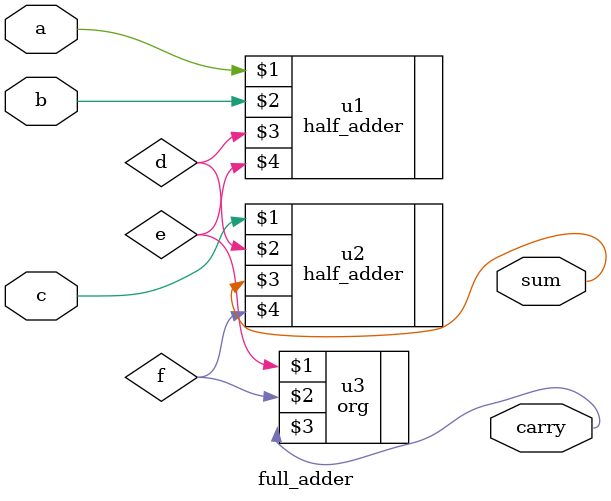
<source format=v>
`ifndef half_adder
  `include "src/half_adder.v"
`endif

`ifndef org
  `include "src/org.v"
`endif

`define full_adder 1

module full_adder (input a, input b, input c, output sum, output carry);
  wire d, e, f;

  half_adder u1 (a, b, d, e);
  half_adder u2 (c, d, sum, f);
  org u3 (e, f, carry);
endmodule

</source>
